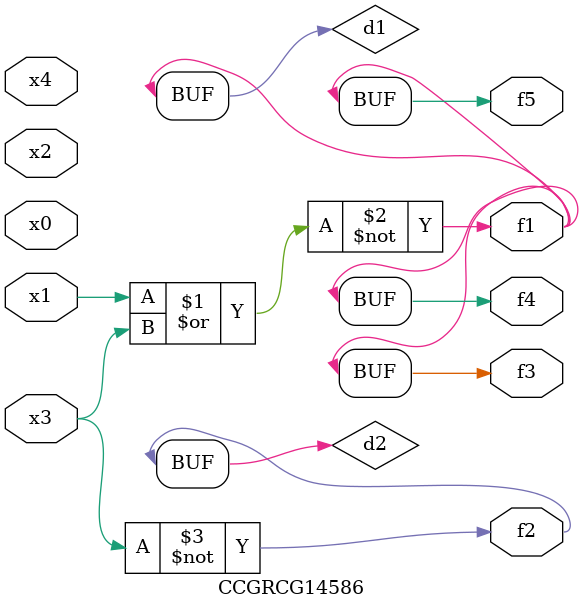
<source format=v>
module CCGRCG14586(
	input x0, x1, x2, x3, x4,
	output f1, f2, f3, f4, f5
);

	wire d1, d2;

	nor (d1, x1, x3);
	not (d2, x3);
	assign f1 = d1;
	assign f2 = d2;
	assign f3 = d1;
	assign f4 = d1;
	assign f5 = d1;
endmodule

</source>
